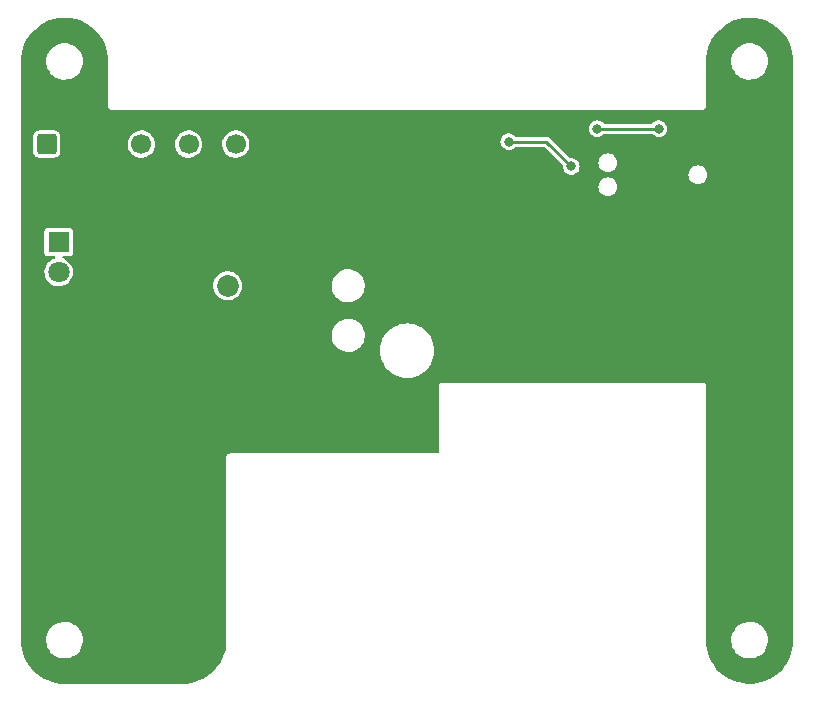
<source format=gbr>
%TF.GenerationSoftware,KiCad,Pcbnew,6.0.0-d3dd2cf0fa~116~ubuntu21.10.1*%
%TF.CreationDate,2022-01-01T15:31:34+02:00*%
%TF.ProjectId,moca-hcho,6d6f6361-2d68-4636-986f-2e6b69636164,v1.0*%
%TF.SameCoordinates,Original*%
%TF.FileFunction,Copper,L2,Bot*%
%TF.FilePolarity,Positive*%
%FSLAX46Y46*%
G04 Gerber Fmt 4.6, Leading zero omitted, Abs format (unit mm)*
G04 Created by KiCad (PCBNEW 6.0.0-d3dd2cf0fa~116~ubuntu21.10.1) date 2022-01-01 15:31:34*
%MOMM*%
%LPD*%
G01*
G04 APERTURE LIST*
G04 Aperture macros list*
%AMRoundRect*
0 Rectangle with rounded corners*
0 $1 Rounding radius*
0 $2 $3 $4 $5 $6 $7 $8 $9 X,Y pos of 4 corners*
0 Add a 4 corners polygon primitive as box body*
4,1,4,$2,$3,$4,$5,$6,$7,$8,$9,$2,$3,0*
0 Add four circle primitives for the rounded corners*
1,1,$1+$1,$2,$3*
1,1,$1+$1,$4,$5*
1,1,$1+$1,$6,$7*
1,1,$1+$1,$8,$9*
0 Add four rect primitives between the rounded corners*
20,1,$1+$1,$2,$3,$4,$5,0*
20,1,$1+$1,$4,$5,$6,$7,0*
20,1,$1+$1,$6,$7,$8,$9,0*
20,1,$1+$1,$8,$9,$2,$3,0*%
G04 Aperture macros list end*
%TA.AperFunction,ComponentPad*%
%ADD10RoundRect,0.250000X-0.600000X-0.600000X0.600000X-0.600000X0.600000X0.600000X-0.600000X0.600000X0*%
%TD*%
%TA.AperFunction,ComponentPad*%
%ADD11C,1.700000*%
%TD*%
%TA.AperFunction,ComponentPad*%
%ADD12R,1.800000X1.800000*%
%TD*%
%TA.AperFunction,ComponentPad*%
%ADD13C,1.800000*%
%TD*%
%TA.AperFunction,ComponentPad*%
%ADD14RoundRect,0.250000X0.675000X-0.675000X0.675000X0.675000X-0.675000X0.675000X-0.675000X-0.675000X0*%
%TD*%
%TA.AperFunction,ComponentPad*%
%ADD15C,1.850000*%
%TD*%
%TA.AperFunction,ComponentPad*%
%ADD16C,4.700000*%
%TD*%
%TA.AperFunction,ViaPad*%
%ADD17C,0.800000*%
%TD*%
%TA.AperFunction,Conductor*%
%ADD18C,0.250000*%
%TD*%
G04 APERTURE END LIST*
D10*
%TO.P,J2,1,Pin_1*%
%TO.N,+3V3*%
X69500000Y-82500000D03*
D11*
%TO.P,J2,2,Pin_2*%
%TO.N,GND*%
X73500000Y-82500000D03*
%TO.P,J2,3,Pin_3*%
%TO.N,/SFA30_COPI*%
X77500000Y-82500000D03*
%TO.P,J2,4,Pin_4*%
%TO.N,/SFA30_CIPO*%
X81500000Y-82500000D03*
%TO.P,J2,5,Pin_5*%
%TO.N,unconnected-(J2-Pad5)*%
X85500000Y-82500000D03*
%TD*%
D12*
%TO.P,D3,1,K*%
%TO.N,Net-(D3-Pad1)*%
X70500000Y-90800000D03*
D13*
%TO.P,D3,2,A*%
%TO.N,/VIN*%
X70500000Y-93340000D03*
%TD*%
D14*
%TO.P,J1,1,Pin_1*%
%TO.N,GND*%
X84810000Y-98700000D03*
D15*
%TO.P,J1,2,Pin_2*%
%TO.N,Net-(D1-Pad2)*%
X84810000Y-94500000D03*
%TD*%
D16*
%TO.P,H5,1,1*%
%TO.N,GND*%
X81000000Y-124000000D03*
%TD*%
%TO.P,H6,1,1*%
%TO.N,GND*%
X100000000Y-106000000D03*
%TD*%
D17*
%TO.N,GND*%
X122100000Y-82400000D03*
X110000000Y-84500000D03*
X103400000Y-80900000D03*
X71562500Y-104600000D03*
X72762500Y-103200000D03*
X73800000Y-92800000D03*
X123400000Y-87800000D03*
X68962500Y-106400000D03*
X96600000Y-80900000D03*
X85300000Y-86700000D03*
X68700000Y-97900000D03*
X88600000Y-90900000D03*
X111600000Y-85800000D03*
X70362500Y-105300000D03*
%TO.N,/RESET*%
X108600000Y-82300000D03*
X113900000Y-84400000D03*
%TO.N,/SWDCLK*%
X121300000Y-81200000D03*
X116100000Y-81200000D03*
%TD*%
D18*
%TO.N,/RESET*%
X113900000Y-84400000D02*
X111800000Y-82300000D01*
X111800000Y-82300000D02*
X108600000Y-82300000D01*
%TO.N,/SWDCLK*%
X116100000Y-81200000D02*
X121300000Y-81200000D01*
%TD*%
%TA.AperFunction,Conductor*%
%TO.N,GND*%
G36*
X71192397Y-71805257D02*
G01*
X71244866Y-71810592D01*
X71555298Y-71842160D01*
X71565195Y-71843677D01*
X71922496Y-71917104D01*
X71932194Y-71919615D01*
X72280248Y-72028817D01*
X72289636Y-72032294D01*
X72624851Y-72176146D01*
X72633846Y-72180559D01*
X72737326Y-72237994D01*
X72952777Y-72357580D01*
X72961284Y-72362881D01*
X73260683Y-72571270D01*
X73268599Y-72577398D01*
X73545372Y-72815000D01*
X73552627Y-72821895D01*
X73803947Y-73086284D01*
X73810477Y-73093890D01*
X74033761Y-73382350D01*
X74039478Y-73390565D01*
X74232425Y-73700120D01*
X74237290Y-73708885D01*
X74392617Y-74025537D01*
X74397937Y-74036383D01*
X74401882Y-74045575D01*
X74528574Y-74387656D01*
X74531571Y-74397207D01*
X74618166Y-74731652D01*
X74623005Y-74750343D01*
X74625023Y-74760167D01*
X74680255Y-75120710D01*
X74681270Y-75130687D01*
X74698399Y-75468437D01*
X74697022Y-75490640D01*
X74695372Y-75500000D01*
X74696876Y-75508530D01*
X74698496Y-75517717D01*
X74700000Y-75534908D01*
X74700000Y-79244383D01*
X74699527Y-79254045D01*
X74698802Y-79261441D01*
X74696260Y-79270218D01*
X74697048Y-79279319D01*
X74697048Y-79279321D01*
X74699631Y-79309141D01*
X74700000Y-79317683D01*
X74700000Y-79327905D01*
X74700834Y-79332383D01*
X74700835Y-79332394D01*
X74701461Y-79335754D01*
X74702766Y-79345336D01*
X74705903Y-79381560D01*
X74709917Y-79389771D01*
X74711485Y-79395425D01*
X74713592Y-79400884D01*
X74715265Y-79409870D01*
X74720062Y-79417652D01*
X74734352Y-79440835D01*
X74739018Y-79449306D01*
X74749028Y-79469783D01*
X74754983Y-79481966D01*
X74761682Y-79488180D01*
X74765175Y-79492883D01*
X74769114Y-79497227D01*
X74773909Y-79505007D01*
X74781184Y-79510539D01*
X74802855Y-79527018D01*
X74810259Y-79533242D01*
X74836917Y-79557971D01*
X74845406Y-79561358D01*
X74850357Y-79564488D01*
X74855592Y-79567121D01*
X74862869Y-79572654D01*
X74888023Y-79579938D01*
X74897789Y-79582766D01*
X74906938Y-79585907D01*
X74940720Y-79599385D01*
X74946993Y-79600000D01*
X74947931Y-79600000D01*
X74952300Y-79600732D01*
X74952342Y-79600306D01*
X74961441Y-79601198D01*
X74970218Y-79603740D01*
X74979319Y-79602952D01*
X74979321Y-79602952D01*
X75009141Y-79600369D01*
X75017683Y-79600000D01*
X124944383Y-79600000D01*
X124954045Y-79600473D01*
X124961441Y-79601198D01*
X124970218Y-79603740D01*
X124979319Y-79602952D01*
X124979321Y-79602952D01*
X125009141Y-79600369D01*
X125017683Y-79600000D01*
X125027905Y-79600000D01*
X125032383Y-79599166D01*
X125032394Y-79599165D01*
X125035754Y-79598539D01*
X125045336Y-79597234D01*
X125052138Y-79596645D01*
X125072454Y-79594886D01*
X125072456Y-79594885D01*
X125081560Y-79594097D01*
X125089771Y-79590083D01*
X125095425Y-79588515D01*
X125100884Y-79586408D01*
X125109870Y-79584735D01*
X125140837Y-79565647D01*
X125149306Y-79560982D01*
X125173753Y-79549032D01*
X125173754Y-79549031D01*
X125181966Y-79545017D01*
X125188180Y-79538318D01*
X125192883Y-79534825D01*
X125197227Y-79530886D01*
X125205007Y-79526091D01*
X125227019Y-79497144D01*
X125233242Y-79489741D01*
X125251756Y-79469783D01*
X125251756Y-79469782D01*
X125257971Y-79463083D01*
X125261358Y-79454594D01*
X125264488Y-79449643D01*
X125267121Y-79444408D01*
X125272654Y-79437131D01*
X125282766Y-79402211D01*
X125285907Y-79393062D01*
X125296797Y-79365767D01*
X125296797Y-79365766D01*
X125299385Y-79359280D01*
X125300000Y-79353007D01*
X125300000Y-79352069D01*
X125300732Y-79347700D01*
X125300306Y-79347658D01*
X125301198Y-79338559D01*
X125303740Y-79329782D01*
X125302322Y-79313402D01*
X125300369Y-79290859D01*
X125300000Y-79282317D01*
X125300000Y-75554288D01*
X127445404Y-75554288D01*
X127445861Y-75558236D01*
X127445861Y-75558241D01*
X127461680Y-75694961D01*
X127474081Y-75802140D01*
X127542017Y-76042219D01*
X127543695Y-76045818D01*
X127543696Y-76045820D01*
X127645780Y-76264742D01*
X127645783Y-76264747D01*
X127647462Y-76268348D01*
X127649697Y-76271637D01*
X127649700Y-76271642D01*
X127726285Y-76384332D01*
X127787706Y-76474710D01*
X127959138Y-76655994D01*
X128157349Y-76807538D01*
X128160852Y-76809416D01*
X128160853Y-76809417D01*
X128292646Y-76880084D01*
X128377239Y-76925443D01*
X128613152Y-77006674D01*
X128801500Y-77039207D01*
X128855942Y-77048611D01*
X128855944Y-77048611D01*
X128859017Y-77049142D01*
X128881989Y-77050185D01*
X128887818Y-77050450D01*
X128887824Y-77050450D01*
X128888922Y-77050500D01*
X129062691Y-77050500D01*
X129064665Y-77050341D01*
X129064669Y-77050341D01*
X129244742Y-77035853D01*
X129244747Y-77035852D01*
X129248702Y-77035534D01*
X129252562Y-77034586D01*
X129487140Y-76976968D01*
X129487145Y-76976966D01*
X129491006Y-76976018D01*
X129494667Y-76974464D01*
X129494670Y-76974463D01*
X129717014Y-76880084D01*
X129717016Y-76880083D01*
X129720677Y-76878529D01*
X129931808Y-76745573D01*
X129934788Y-76742946D01*
X129934793Y-76742942D01*
X130115982Y-76583202D01*
X130115983Y-76583201D01*
X130118965Y-76580572D01*
X130277334Y-76387770D01*
X130402840Y-76172128D01*
X130492255Y-75939195D01*
X130543278Y-75694961D01*
X130554596Y-75445712D01*
X130538781Y-75309018D01*
X130526376Y-75201807D01*
X130526375Y-75201803D01*
X130525919Y-75197860D01*
X130457983Y-74957781D01*
X130397406Y-74827872D01*
X130354220Y-74735258D01*
X130354217Y-74735253D01*
X130352538Y-74731652D01*
X130350303Y-74728363D01*
X130350300Y-74728358D01*
X130214530Y-74528580D01*
X130214529Y-74528579D01*
X130212294Y-74525290D01*
X130040862Y-74344006D01*
X129842651Y-74192462D01*
X129839147Y-74190583D01*
X129626260Y-74076433D01*
X129626258Y-74076432D01*
X129622761Y-74074557D01*
X129386848Y-73993326D01*
X129198500Y-73960793D01*
X129144058Y-73951389D01*
X129144056Y-73951389D01*
X129140983Y-73950858D01*
X129118011Y-73949815D01*
X129112182Y-73949550D01*
X129112176Y-73949550D01*
X129111078Y-73949500D01*
X128937309Y-73949500D01*
X128935335Y-73949659D01*
X128935331Y-73949659D01*
X128755258Y-73964147D01*
X128755253Y-73964148D01*
X128751298Y-73964466D01*
X128747439Y-73965414D01*
X128747438Y-73965414D01*
X128512860Y-74023032D01*
X128512855Y-74023034D01*
X128508994Y-74023982D01*
X128505333Y-74025536D01*
X128505330Y-74025537D01*
X128389846Y-74074557D01*
X128279323Y-74121471D01*
X128068192Y-74254427D01*
X128065212Y-74257054D01*
X128065207Y-74257058D01*
X127911742Y-74392356D01*
X127881035Y-74419428D01*
X127722666Y-74612230D01*
X127720665Y-74615668D01*
X127642283Y-74750343D01*
X127597160Y-74827872D01*
X127507745Y-75060805D01*
X127456722Y-75305039D01*
X127445404Y-75554288D01*
X125300000Y-75554288D01*
X125300000Y-75534908D01*
X125301504Y-75517717D01*
X125303124Y-75508530D01*
X125304628Y-75500000D01*
X125302978Y-75490640D01*
X125301601Y-75468437D01*
X125318730Y-75130687D01*
X125319745Y-75120710D01*
X125374977Y-74760167D01*
X125376995Y-74750343D01*
X125381835Y-74731652D01*
X125468429Y-74397207D01*
X125471426Y-74387656D01*
X125598118Y-74045575D01*
X125602063Y-74036383D01*
X125607384Y-74025537D01*
X125762710Y-73708885D01*
X125767575Y-73700120D01*
X125960522Y-73390565D01*
X125966239Y-73382350D01*
X126189523Y-73093890D01*
X126196053Y-73086284D01*
X126447373Y-72821895D01*
X126454628Y-72815000D01*
X126731401Y-72577398D01*
X126739317Y-72571270D01*
X127038716Y-72362881D01*
X127047223Y-72357580D01*
X127262674Y-72237994D01*
X127366154Y-72180559D01*
X127375149Y-72176146D01*
X127710364Y-72032294D01*
X127719752Y-72028817D01*
X128067806Y-71919615D01*
X128077504Y-71917104D01*
X128434805Y-71843677D01*
X128444702Y-71842160D01*
X128755134Y-71810592D01*
X128807603Y-71805257D01*
X128817618Y-71804749D01*
X129182382Y-71804749D01*
X129192397Y-71805257D01*
X129244866Y-71810592D01*
X129555298Y-71842160D01*
X129565195Y-71843677D01*
X129922496Y-71917104D01*
X129932194Y-71919615D01*
X130280248Y-72028817D01*
X130289636Y-72032294D01*
X130624851Y-72176146D01*
X130633846Y-72180559D01*
X130737326Y-72237994D01*
X130952777Y-72357580D01*
X130961284Y-72362881D01*
X131260683Y-72571270D01*
X131268599Y-72577398D01*
X131545372Y-72815000D01*
X131552627Y-72821895D01*
X131803947Y-73086284D01*
X131810477Y-73093890D01*
X132033761Y-73382350D01*
X132039478Y-73390565D01*
X132232425Y-73700120D01*
X132237290Y-73708885D01*
X132392617Y-74025537D01*
X132397937Y-74036383D01*
X132401882Y-74045575D01*
X132528574Y-74387656D01*
X132531571Y-74397207D01*
X132618166Y-74731652D01*
X132623005Y-74750343D01*
X132625023Y-74760167D01*
X132680255Y-75120710D01*
X132681270Y-75130687D01*
X132698399Y-75468437D01*
X132697022Y-75490640D01*
X132695372Y-75500000D01*
X132696876Y-75508530D01*
X132698496Y-75517717D01*
X132700000Y-75534908D01*
X132700000Y-124465092D01*
X132698496Y-124482282D01*
X132695372Y-124500000D01*
X132696876Y-124508530D01*
X132696876Y-124508532D01*
X132697022Y-124509360D01*
X132698399Y-124531563D01*
X132681270Y-124869313D01*
X132680255Y-124879290D01*
X132627057Y-125226557D01*
X132625023Y-125239833D01*
X132623006Y-125249652D01*
X132612309Y-125290967D01*
X132531571Y-125602793D01*
X132528574Y-125612344D01*
X132401882Y-125954425D01*
X132397940Y-125963611D01*
X132260319Y-126244168D01*
X132237292Y-126291112D01*
X132232426Y-126299878D01*
X132039478Y-126609435D01*
X132033761Y-126617650D01*
X131918871Y-126766076D01*
X131810479Y-126906107D01*
X131803949Y-126913714D01*
X131552627Y-127178105D01*
X131545372Y-127185000D01*
X131345169Y-127356869D01*
X131268600Y-127422601D01*
X131260683Y-127428730D01*
X131048466Y-127576438D01*
X130961288Y-127637116D01*
X130952777Y-127642420D01*
X130739846Y-127760607D01*
X130633846Y-127819441D01*
X130624851Y-127823854D01*
X130289636Y-127967706D01*
X130280248Y-127971183D01*
X129932194Y-128080385D01*
X129922496Y-128082896D01*
X129565195Y-128156323D01*
X129555298Y-128157840D01*
X129244866Y-128189408D01*
X129192397Y-128194743D01*
X129182382Y-128195251D01*
X128817618Y-128195251D01*
X128807603Y-128194743D01*
X128755134Y-128189408D01*
X128444702Y-128157840D01*
X128434805Y-128156323D01*
X128077504Y-128082896D01*
X128067806Y-128080385D01*
X127719752Y-127971183D01*
X127710364Y-127967706D01*
X127375149Y-127823854D01*
X127366154Y-127819441D01*
X127260154Y-127760607D01*
X127047223Y-127642420D01*
X127038712Y-127637116D01*
X126951534Y-127576438D01*
X126739317Y-127428730D01*
X126731400Y-127422601D01*
X126654831Y-127356869D01*
X126454628Y-127185000D01*
X126447373Y-127178105D01*
X126196051Y-126913714D01*
X126189521Y-126906107D01*
X126081129Y-126766076D01*
X125966239Y-126617650D01*
X125960522Y-126609435D01*
X125767574Y-126299878D01*
X125762708Y-126291112D01*
X125739681Y-126244168D01*
X125602060Y-125963611D01*
X125598118Y-125954425D01*
X125471426Y-125612344D01*
X125468429Y-125602793D01*
X125387691Y-125290967D01*
X125376994Y-125249652D01*
X125374977Y-125239833D01*
X125372944Y-125226557D01*
X125319745Y-124879290D01*
X125318730Y-124869313D01*
X125302753Y-124554288D01*
X127445404Y-124554288D01*
X127445861Y-124558236D01*
X127445861Y-124558241D01*
X127461680Y-124694961D01*
X127474081Y-124802140D01*
X127542017Y-125042219D01*
X127543695Y-125045818D01*
X127543696Y-125045820D01*
X127645780Y-125264742D01*
X127645783Y-125264747D01*
X127647462Y-125268348D01*
X127649697Y-125271637D01*
X127649700Y-125271642D01*
X127726285Y-125384332D01*
X127787706Y-125474710D01*
X127959138Y-125655994D01*
X128157349Y-125807538D01*
X128160852Y-125809416D01*
X128160853Y-125809417D01*
X128359496Y-125915929D01*
X128377239Y-125925443D01*
X128613152Y-126006674D01*
X128801500Y-126039207D01*
X128855942Y-126048611D01*
X128855944Y-126048611D01*
X128859017Y-126049142D01*
X128881989Y-126050185D01*
X128887818Y-126050450D01*
X128887824Y-126050450D01*
X128888922Y-126050500D01*
X129062691Y-126050500D01*
X129064665Y-126050341D01*
X129064669Y-126050341D01*
X129244742Y-126035853D01*
X129244747Y-126035852D01*
X129248702Y-126035534D01*
X129252562Y-126034586D01*
X129487140Y-125976968D01*
X129487145Y-125976966D01*
X129491006Y-125976018D01*
X129494667Y-125974464D01*
X129494670Y-125974463D01*
X129717014Y-125880084D01*
X129717016Y-125880083D01*
X129720677Y-125878529D01*
X129931808Y-125745573D01*
X129934788Y-125742946D01*
X129934793Y-125742942D01*
X130115982Y-125583202D01*
X130115983Y-125583201D01*
X130118965Y-125580572D01*
X130277334Y-125387770D01*
X130279335Y-125384332D01*
X130400840Y-125175565D01*
X130400842Y-125175561D01*
X130402840Y-125172128D01*
X130492255Y-124939195D01*
X130543278Y-124694961D01*
X130554596Y-124445712D01*
X130538781Y-124309018D01*
X130526376Y-124201807D01*
X130526375Y-124201803D01*
X130525919Y-124197860D01*
X130457983Y-123957781D01*
X130397406Y-123827872D01*
X130354220Y-123735258D01*
X130354217Y-123735253D01*
X130352538Y-123731652D01*
X130350303Y-123728363D01*
X130350300Y-123728358D01*
X130214530Y-123528580D01*
X130214529Y-123528579D01*
X130212294Y-123525290D01*
X130040862Y-123344006D01*
X129842651Y-123192462D01*
X129839147Y-123190583D01*
X129626260Y-123076433D01*
X129626258Y-123076432D01*
X129622761Y-123074557D01*
X129386848Y-122993326D01*
X129198500Y-122960793D01*
X129144058Y-122951389D01*
X129144056Y-122951389D01*
X129140983Y-122950858D01*
X129118011Y-122949815D01*
X129112182Y-122949550D01*
X129112176Y-122949550D01*
X129111078Y-122949500D01*
X128937309Y-122949500D01*
X128935335Y-122949659D01*
X128935331Y-122949659D01*
X128755258Y-122964147D01*
X128755253Y-122964148D01*
X128751298Y-122964466D01*
X128747439Y-122965414D01*
X128747438Y-122965414D01*
X128512860Y-123023032D01*
X128512855Y-123023034D01*
X128508994Y-123023982D01*
X128505333Y-123025536D01*
X128505330Y-123025537D01*
X128389846Y-123074557D01*
X128279323Y-123121471D01*
X128068192Y-123254427D01*
X128065212Y-123257054D01*
X128065207Y-123257058D01*
X127884018Y-123416798D01*
X127881035Y-123419428D01*
X127722666Y-123612230D01*
X127597160Y-123827872D01*
X127507745Y-124060805D01*
X127456722Y-124305039D01*
X127445404Y-124554288D01*
X125302753Y-124554288D01*
X125301601Y-124531563D01*
X125302978Y-124509360D01*
X125303124Y-124508532D01*
X125303124Y-124508530D01*
X125304628Y-124500000D01*
X125301504Y-124482282D01*
X125300000Y-124465092D01*
X125300000Y-103055617D01*
X125300473Y-103045955D01*
X125301198Y-103038559D01*
X125303740Y-103029782D01*
X125302322Y-103013402D01*
X125300369Y-102990859D01*
X125300000Y-102982317D01*
X125300000Y-102972095D01*
X125299166Y-102967617D01*
X125299165Y-102967606D01*
X125298539Y-102964246D01*
X125297234Y-102954662D01*
X125297030Y-102952300D01*
X125294097Y-102918440D01*
X125290083Y-102910229D01*
X125288515Y-102904575D01*
X125286408Y-102899116D01*
X125284735Y-102890130D01*
X125265647Y-102859163D01*
X125260982Y-102850694D01*
X125249032Y-102826247D01*
X125249031Y-102826246D01*
X125245017Y-102818034D01*
X125238318Y-102811820D01*
X125234825Y-102807117D01*
X125230886Y-102802773D01*
X125226091Y-102794993D01*
X125197144Y-102772981D01*
X125189741Y-102766758D01*
X125169783Y-102748244D01*
X125169782Y-102748244D01*
X125163083Y-102742029D01*
X125154594Y-102738642D01*
X125149643Y-102735512D01*
X125144408Y-102732879D01*
X125137131Y-102727346D01*
X125102211Y-102717234D01*
X125093062Y-102714093D01*
X125065767Y-102703203D01*
X125065766Y-102703203D01*
X125059280Y-102700615D01*
X125053007Y-102700000D01*
X125052069Y-102700000D01*
X125047700Y-102699268D01*
X125047658Y-102699694D01*
X125038559Y-102698802D01*
X125029782Y-102696260D01*
X125020681Y-102697048D01*
X125020679Y-102697048D01*
X124990859Y-102699631D01*
X124982317Y-102700000D01*
X103055617Y-102700000D01*
X103045955Y-102699527D01*
X103038559Y-102698802D01*
X103029782Y-102696260D01*
X103020681Y-102697048D01*
X103020679Y-102697048D01*
X102990859Y-102699631D01*
X102982317Y-102700000D01*
X102972095Y-102700000D01*
X102967617Y-102700834D01*
X102967606Y-102700835D01*
X102964246Y-102701461D01*
X102954664Y-102702766D01*
X102949615Y-102703203D01*
X102927546Y-102705114D01*
X102927544Y-102705115D01*
X102918440Y-102705903D01*
X102910229Y-102709917D01*
X102904575Y-102711485D01*
X102899116Y-102713592D01*
X102890130Y-102715265D01*
X102882347Y-102720062D01*
X102882348Y-102720062D01*
X102859165Y-102734352D01*
X102850694Y-102739018D01*
X102826247Y-102750968D01*
X102826246Y-102750969D01*
X102818034Y-102754983D01*
X102811820Y-102761682D01*
X102807117Y-102765175D01*
X102802773Y-102769114D01*
X102794993Y-102773909D01*
X102789461Y-102781184D01*
X102772982Y-102802855D01*
X102766758Y-102810259D01*
X102742029Y-102836917D01*
X102738642Y-102845406D01*
X102735512Y-102850357D01*
X102732879Y-102855592D01*
X102727346Y-102862869D01*
X102724804Y-102871648D01*
X102717234Y-102897789D01*
X102714093Y-102906938D01*
X102700615Y-102940720D01*
X102700000Y-102946993D01*
X102700000Y-102947931D01*
X102699268Y-102952300D01*
X102699694Y-102952342D01*
X102698802Y-102961441D01*
X102696260Y-102970218D01*
X102697048Y-102979319D01*
X102697048Y-102979321D01*
X102699631Y-103009141D01*
X102700000Y-103017683D01*
X102700000Y-108601000D01*
X102681093Y-108659191D01*
X102631593Y-108695155D01*
X102601000Y-108700000D01*
X85055617Y-108700000D01*
X85045955Y-108699527D01*
X85038559Y-108698802D01*
X85029782Y-108696260D01*
X85020681Y-108697048D01*
X85020679Y-108697048D01*
X84990859Y-108699631D01*
X84982317Y-108700000D01*
X84972095Y-108700000D01*
X84967617Y-108700834D01*
X84967606Y-108700835D01*
X84964246Y-108701461D01*
X84954664Y-108702766D01*
X84947862Y-108703355D01*
X84927546Y-108705114D01*
X84927544Y-108705115D01*
X84918440Y-108705903D01*
X84910229Y-108709917D01*
X84904575Y-108711485D01*
X84899116Y-108713592D01*
X84890130Y-108715265D01*
X84882347Y-108720062D01*
X84882348Y-108720062D01*
X84859165Y-108734352D01*
X84850694Y-108739018D01*
X84826247Y-108750968D01*
X84826246Y-108750969D01*
X84818034Y-108754983D01*
X84811820Y-108761682D01*
X84807117Y-108765175D01*
X84802773Y-108769114D01*
X84794993Y-108773909D01*
X84789461Y-108781184D01*
X84772982Y-108802855D01*
X84766758Y-108810259D01*
X84742029Y-108836917D01*
X84738642Y-108845406D01*
X84735512Y-108850357D01*
X84732879Y-108855592D01*
X84727346Y-108862869D01*
X84724804Y-108871648D01*
X84717234Y-108897789D01*
X84714093Y-108906938D01*
X84700615Y-108940720D01*
X84700000Y-108946993D01*
X84700000Y-108947931D01*
X84699268Y-108952300D01*
X84699694Y-108952342D01*
X84698802Y-108961441D01*
X84696260Y-108970218D01*
X84697048Y-108979319D01*
X84697048Y-108979321D01*
X84699631Y-109009141D01*
X84700000Y-109017683D01*
X84700000Y-124465092D01*
X84698496Y-124482282D01*
X84695372Y-124500000D01*
X84696876Y-124508529D01*
X84696876Y-124508532D01*
X84697062Y-124509587D01*
X84698446Y-124531632D01*
X84697333Y-124554288D01*
X84685157Y-124802140D01*
X84682422Y-124857803D01*
X84681470Y-124867467D01*
X84670831Y-124939195D01*
X84629619Y-125217028D01*
X84627723Y-125226557D01*
X84541861Y-125569333D01*
X84539041Y-125578630D01*
X84419992Y-125911350D01*
X84416274Y-125920326D01*
X84265187Y-126239774D01*
X84260607Y-126248342D01*
X84214921Y-126324565D01*
X84078935Y-126551444D01*
X84073543Y-126559513D01*
X83863032Y-126843353D01*
X83856869Y-126850863D01*
X83619561Y-127112691D01*
X83612691Y-127119561D01*
X83350863Y-127356869D01*
X83343353Y-127363032D01*
X83059513Y-127573543D01*
X83051444Y-127578935D01*
X82954375Y-127637116D01*
X82748342Y-127760607D01*
X82739774Y-127765187D01*
X82420326Y-127916274D01*
X82411350Y-127919992D01*
X82078630Y-128039041D01*
X82069333Y-128041861D01*
X81726557Y-128127723D01*
X81717030Y-128129619D01*
X81367467Y-128181470D01*
X81357808Y-128182422D01*
X81249778Y-128187729D01*
X81031632Y-128198446D01*
X81009587Y-128197062D01*
X81008532Y-128196876D01*
X81008529Y-128196876D01*
X81000000Y-128195372D01*
X80982567Y-128198446D01*
X80982283Y-128198496D01*
X80965092Y-128200000D01*
X71034908Y-128200000D01*
X71017717Y-128198496D01*
X71017434Y-128198446D01*
X71000000Y-128195372D01*
X70991471Y-128196876D01*
X70991468Y-128196876D01*
X70990413Y-128197062D01*
X70968368Y-128198446D01*
X70750222Y-128187729D01*
X70642192Y-128182422D01*
X70632533Y-128181470D01*
X70282970Y-128129619D01*
X70273443Y-128127723D01*
X69930667Y-128041861D01*
X69921370Y-128039041D01*
X69588650Y-127919992D01*
X69579674Y-127916274D01*
X69260226Y-127765187D01*
X69251658Y-127760607D01*
X69045625Y-127637116D01*
X68948556Y-127578935D01*
X68940487Y-127573543D01*
X68656647Y-127363032D01*
X68649137Y-127356869D01*
X68387309Y-127119561D01*
X68380439Y-127112691D01*
X68143131Y-126850863D01*
X68136968Y-126843353D01*
X67926457Y-126559513D01*
X67921065Y-126551444D01*
X67785079Y-126324565D01*
X67739393Y-126248342D01*
X67734813Y-126239774D01*
X67583726Y-125920326D01*
X67580008Y-125911350D01*
X67460959Y-125578630D01*
X67458139Y-125569333D01*
X67372277Y-125226557D01*
X67370381Y-125217028D01*
X67329169Y-124939195D01*
X67318530Y-124867467D01*
X67317578Y-124857803D01*
X67314844Y-124802140D01*
X67302667Y-124554288D01*
X69445404Y-124554288D01*
X69445861Y-124558236D01*
X69445861Y-124558241D01*
X69461680Y-124694961D01*
X69474081Y-124802140D01*
X69542017Y-125042219D01*
X69543695Y-125045818D01*
X69543696Y-125045820D01*
X69645780Y-125264742D01*
X69645783Y-125264747D01*
X69647462Y-125268348D01*
X69649697Y-125271637D01*
X69649700Y-125271642D01*
X69726285Y-125384332D01*
X69787706Y-125474710D01*
X69959138Y-125655994D01*
X70157349Y-125807538D01*
X70160852Y-125809416D01*
X70160853Y-125809417D01*
X70359496Y-125915929D01*
X70377239Y-125925443D01*
X70613152Y-126006674D01*
X70801500Y-126039207D01*
X70855942Y-126048611D01*
X70855944Y-126048611D01*
X70859017Y-126049142D01*
X70881989Y-126050185D01*
X70887818Y-126050450D01*
X70887824Y-126050450D01*
X70888922Y-126050500D01*
X71062691Y-126050500D01*
X71064665Y-126050341D01*
X71064669Y-126050341D01*
X71244742Y-126035853D01*
X71244747Y-126035852D01*
X71248702Y-126035534D01*
X71252562Y-126034586D01*
X71487140Y-125976968D01*
X71487145Y-125976966D01*
X71491006Y-125976018D01*
X71494667Y-125974464D01*
X71494670Y-125974463D01*
X71717014Y-125880084D01*
X71717016Y-125880083D01*
X71720677Y-125878529D01*
X71931808Y-125745573D01*
X71934788Y-125742946D01*
X71934793Y-125742942D01*
X72115982Y-125583202D01*
X72115983Y-125583201D01*
X72118965Y-125580572D01*
X72277334Y-125387770D01*
X72279335Y-125384332D01*
X72400840Y-125175565D01*
X72400842Y-125175561D01*
X72402840Y-125172128D01*
X72492255Y-124939195D01*
X72543278Y-124694961D01*
X72554596Y-124445712D01*
X72538781Y-124309018D01*
X72526376Y-124201807D01*
X72526375Y-124201803D01*
X72525919Y-124197860D01*
X72457983Y-123957781D01*
X72397406Y-123827872D01*
X72354220Y-123735258D01*
X72354217Y-123735253D01*
X72352538Y-123731652D01*
X72350303Y-123728363D01*
X72350300Y-123728358D01*
X72214530Y-123528580D01*
X72214529Y-123528579D01*
X72212294Y-123525290D01*
X72040862Y-123344006D01*
X71842651Y-123192462D01*
X71839147Y-123190583D01*
X71626260Y-123076433D01*
X71626258Y-123076432D01*
X71622761Y-123074557D01*
X71386848Y-122993326D01*
X71198500Y-122960793D01*
X71144058Y-122951389D01*
X71144056Y-122951389D01*
X71140983Y-122950858D01*
X71118011Y-122949815D01*
X71112182Y-122949550D01*
X71112176Y-122949550D01*
X71111078Y-122949500D01*
X70937309Y-122949500D01*
X70935335Y-122949659D01*
X70935331Y-122949659D01*
X70755258Y-122964147D01*
X70755253Y-122964148D01*
X70751298Y-122964466D01*
X70747439Y-122965414D01*
X70747438Y-122965414D01*
X70512860Y-123023032D01*
X70512855Y-123023034D01*
X70508994Y-123023982D01*
X70505333Y-123025536D01*
X70505330Y-123025537D01*
X70389846Y-123074557D01*
X70279323Y-123121471D01*
X70068192Y-123254427D01*
X70065212Y-123257054D01*
X70065207Y-123257058D01*
X69884018Y-123416798D01*
X69881035Y-123419428D01*
X69722666Y-123612230D01*
X69597160Y-123827872D01*
X69507745Y-124060805D01*
X69456722Y-124305039D01*
X69445404Y-124554288D01*
X67302667Y-124554288D01*
X67301554Y-124531632D01*
X67302938Y-124509587D01*
X67303124Y-124508532D01*
X67303124Y-124508529D01*
X67304628Y-124500000D01*
X67301504Y-124482282D01*
X67300000Y-124465092D01*
X67300000Y-98633789D01*
X93605996Y-98633789D01*
X93614913Y-98871295D01*
X93615773Y-98875395D01*
X93615774Y-98875401D01*
X93641430Y-98997674D01*
X93663719Y-99103904D01*
X93751020Y-99324963D01*
X93753190Y-99328539D01*
X93753192Y-99328543D01*
X93800566Y-99406612D01*
X93874319Y-99528153D01*
X93877069Y-99531322D01*
X94027343Y-99704499D01*
X94027347Y-99704503D01*
X94030090Y-99707664D01*
X94213880Y-99858362D01*
X94420433Y-99975939D01*
X94643844Y-100057034D01*
X94693194Y-100065958D01*
X94874521Y-100098747D01*
X94874526Y-100098748D01*
X94877725Y-100099326D01*
X94897322Y-100100250D01*
X94901472Y-100100446D01*
X94901476Y-100100446D01*
X94902619Y-100100500D01*
X95069680Y-100100500D01*
X95071763Y-100100323D01*
X95071769Y-100100323D01*
X95242652Y-100085823D01*
X95242653Y-100085823D01*
X95246823Y-100085469D01*
X95250873Y-100084418D01*
X95250878Y-100084417D01*
X95472818Y-100026813D01*
X95472821Y-100026812D01*
X95476874Y-100025760D01*
X95534059Y-100000000D01*
X97695065Y-100000000D01*
X97695277Y-100003234D01*
X97701649Y-100100446D01*
X97714784Y-100300854D01*
X97773604Y-100596561D01*
X97870518Y-100882060D01*
X98003868Y-101152467D01*
X98171372Y-101403156D01*
X98370165Y-101629835D01*
X98596844Y-101828628D01*
X98847532Y-101996132D01*
X99117940Y-102129482D01*
X99121009Y-102130524D01*
X99121012Y-102130525D01*
X99192097Y-102154655D01*
X99403439Y-102226396D01*
X99699146Y-102285216D01*
X99702368Y-102285427D01*
X99702374Y-102285428D01*
X99996766Y-102304723D01*
X100000000Y-102304935D01*
X100003234Y-102304723D01*
X100297626Y-102285428D01*
X100297632Y-102285427D01*
X100300854Y-102285216D01*
X100596561Y-102226396D01*
X100807903Y-102154655D01*
X100878988Y-102130525D01*
X100878991Y-102130524D01*
X100882060Y-102129482D01*
X101152468Y-101996132D01*
X101403156Y-101828628D01*
X101629835Y-101629835D01*
X101828628Y-101403156D01*
X101996132Y-101152467D01*
X102129482Y-100882060D01*
X102226396Y-100596561D01*
X102285216Y-100300854D01*
X102298352Y-100100446D01*
X102304723Y-100003234D01*
X102304935Y-100000000D01*
X102291679Y-99797746D01*
X102285428Y-99702374D01*
X102285427Y-99702368D01*
X102285216Y-99699146D01*
X102226396Y-99403439D01*
X102129482Y-99117940D01*
X102009875Y-98875401D01*
X101997568Y-98850444D01*
X101997565Y-98850439D01*
X101996132Y-98847533D01*
X101828628Y-98596844D01*
X101629835Y-98370165D01*
X101403156Y-98171372D01*
X101152468Y-98003868D01*
X100882060Y-97870518D01*
X100878991Y-97869476D01*
X100878988Y-97869475D01*
X100807903Y-97845345D01*
X100596561Y-97773604D01*
X100300854Y-97714784D01*
X100297632Y-97714573D01*
X100297626Y-97714572D01*
X100003234Y-97695277D01*
X100000000Y-97695065D01*
X99996766Y-97695277D01*
X99702374Y-97714572D01*
X99702368Y-97714573D01*
X99699146Y-97714784D01*
X99403439Y-97773604D01*
X99117940Y-97870518D01*
X98986863Y-97935158D01*
X98850444Y-98002432D01*
X98850439Y-98002435D01*
X98847533Y-98003868D01*
X98596844Y-98171372D01*
X98370165Y-98370165D01*
X98171372Y-98596844D01*
X98003868Y-98847533D01*
X98002435Y-98850439D01*
X98002432Y-98850444D01*
X97990125Y-98875401D01*
X97870518Y-99117940D01*
X97773604Y-99403439D01*
X97714784Y-99699146D01*
X97714573Y-99702368D01*
X97714572Y-99702374D01*
X97704212Y-99860439D01*
X97697982Y-99955499D01*
X97695065Y-100000000D01*
X95534059Y-100000000D01*
X95693576Y-99928143D01*
X95890732Y-99795409D01*
X95939671Y-99748724D01*
X96059671Y-99634250D01*
X96059675Y-99634245D01*
X96062705Y-99631355D01*
X96204579Y-99440670D01*
X96263407Y-99324963D01*
X96310398Y-99232539D01*
X96310400Y-99232535D01*
X96312295Y-99228807D01*
X96382775Y-99001824D01*
X96402700Y-98851497D01*
X96413454Y-98770362D01*
X96413454Y-98770360D01*
X96414004Y-98766211D01*
X96405087Y-98528705D01*
X96404227Y-98524605D01*
X96404226Y-98524599D01*
X96371372Y-98368019D01*
X96356281Y-98296096D01*
X96268980Y-98075037D01*
X96226887Y-98005669D01*
X96147857Y-97875433D01*
X96145681Y-97871847D01*
X96061334Y-97774645D01*
X95992657Y-97695501D01*
X95992653Y-97695497D01*
X95989910Y-97692336D01*
X95806120Y-97541638D01*
X95599567Y-97424061D01*
X95376156Y-97342966D01*
X95326806Y-97334042D01*
X95145479Y-97301253D01*
X95145474Y-97301252D01*
X95142275Y-97300674D01*
X95122678Y-97299750D01*
X95118528Y-97299554D01*
X95118524Y-97299554D01*
X95117381Y-97299500D01*
X94950320Y-97299500D01*
X94948237Y-97299677D01*
X94948231Y-97299677D01*
X94777348Y-97314177D01*
X94777347Y-97314177D01*
X94773177Y-97314531D01*
X94769127Y-97315582D01*
X94769122Y-97315583D01*
X94547182Y-97373187D01*
X94547179Y-97373188D01*
X94543126Y-97374240D01*
X94326424Y-97471857D01*
X94129268Y-97604591D01*
X94126241Y-97607478D01*
X94126238Y-97607481D01*
X93960329Y-97765750D01*
X93960325Y-97765755D01*
X93957295Y-97768645D01*
X93815421Y-97959330D01*
X93813519Y-97963071D01*
X93754614Y-98078930D01*
X93707705Y-98171193D01*
X93637225Y-98398176D01*
X93636675Y-98402326D01*
X93610536Y-98599539D01*
X93605996Y-98633789D01*
X67300000Y-98633789D01*
X67300000Y-93308440D01*
X69294770Y-93308440D01*
X69297101Y-93344008D01*
X69303204Y-93437114D01*
X69309200Y-93528604D01*
X69310316Y-93532997D01*
X69310316Y-93532999D01*
X69333873Y-93625754D01*
X69363511Y-93742452D01*
X69455883Y-93942821D01*
X69583222Y-94123002D01*
X69741264Y-94276961D01*
X69924717Y-94399540D01*
X70127436Y-94486635D01*
X70167458Y-94495691D01*
X70338206Y-94534328D01*
X70338211Y-94534329D01*
X70342632Y-94535329D01*
X70452865Y-94539660D01*
X70558565Y-94543813D01*
X70558566Y-94543813D01*
X70563098Y-94543991D01*
X70781452Y-94512331D01*
X70785751Y-94510872D01*
X70785754Y-94510871D01*
X70817779Y-94500000D01*
X83579819Y-94500000D01*
X83598508Y-94713619D01*
X83599627Y-94717794D01*
X83599627Y-94717796D01*
X83623214Y-94805823D01*
X83654008Y-94920747D01*
X83744632Y-95115090D01*
X83867627Y-95290745D01*
X84019255Y-95442373D01*
X84194909Y-95565368D01*
X84389253Y-95655992D01*
X84474261Y-95678770D01*
X84592204Y-95710373D01*
X84592206Y-95710373D01*
X84596381Y-95711492D01*
X84810000Y-95730181D01*
X85023619Y-95711492D01*
X85027794Y-95710373D01*
X85027796Y-95710373D01*
X85145739Y-95678770D01*
X85230747Y-95655992D01*
X85425091Y-95565368D01*
X85600745Y-95442373D01*
X85752373Y-95290745D01*
X85875368Y-95115090D01*
X85965992Y-94920747D01*
X85996786Y-94805823D01*
X86020373Y-94717796D01*
X86020373Y-94717794D01*
X86021492Y-94713619D01*
X86040181Y-94500000D01*
X86034388Y-94433789D01*
X93605996Y-94433789D01*
X93614913Y-94671295D01*
X93615773Y-94675395D01*
X93615774Y-94675401D01*
X93641430Y-94797674D01*
X93663719Y-94903904D01*
X93751020Y-95124963D01*
X93874319Y-95328153D01*
X93877069Y-95331322D01*
X94027343Y-95504499D01*
X94027347Y-95504503D01*
X94030090Y-95507664D01*
X94213880Y-95658362D01*
X94420433Y-95775939D01*
X94643844Y-95857034D01*
X94693194Y-95865958D01*
X94874521Y-95898747D01*
X94874526Y-95898748D01*
X94877725Y-95899326D01*
X94897322Y-95900250D01*
X94901472Y-95900446D01*
X94901476Y-95900446D01*
X94902619Y-95900500D01*
X95069680Y-95900500D01*
X95071763Y-95900323D01*
X95071769Y-95900323D01*
X95242652Y-95885823D01*
X95242653Y-95885823D01*
X95246823Y-95885469D01*
X95250873Y-95884418D01*
X95250878Y-95884417D01*
X95472818Y-95826813D01*
X95472821Y-95826812D01*
X95476874Y-95825760D01*
X95693576Y-95728143D01*
X95800746Y-95655992D01*
X95887261Y-95597746D01*
X95887262Y-95597745D01*
X95890732Y-95595409D01*
X95920305Y-95567198D01*
X96059671Y-95434250D01*
X96059675Y-95434245D01*
X96062705Y-95431355D01*
X96204579Y-95240670D01*
X96263407Y-95124963D01*
X96310398Y-95032539D01*
X96310400Y-95032535D01*
X96312295Y-95028807D01*
X96382775Y-94801824D01*
X96414004Y-94566211D01*
X96405087Y-94328705D01*
X96404227Y-94324605D01*
X96404226Y-94324599D01*
X96357143Y-94100206D01*
X96356281Y-94096096D01*
X96268980Y-93875037D01*
X96244285Y-93834340D01*
X96147857Y-93675433D01*
X96145681Y-93671847D01*
X96098048Y-93616955D01*
X95992657Y-93495501D01*
X95992653Y-93495497D01*
X95989910Y-93492336D01*
X95806120Y-93341638D01*
X95599567Y-93224061D01*
X95376156Y-93142966D01*
X95326806Y-93134042D01*
X95145479Y-93101253D01*
X95145474Y-93101252D01*
X95142275Y-93100674D01*
X95122678Y-93099750D01*
X95118528Y-93099554D01*
X95118524Y-93099554D01*
X95117381Y-93099500D01*
X94950320Y-93099500D01*
X94948237Y-93099677D01*
X94948231Y-93099677D01*
X94777348Y-93114177D01*
X94777347Y-93114177D01*
X94773177Y-93114531D01*
X94769127Y-93115582D01*
X94769122Y-93115583D01*
X94547182Y-93173187D01*
X94547179Y-93173188D01*
X94543126Y-93174240D01*
X94326424Y-93271857D01*
X94322947Y-93274198D01*
X94322945Y-93274199D01*
X94135830Y-93400173D01*
X94129268Y-93404591D01*
X94126241Y-93407478D01*
X94126238Y-93407481D01*
X93960329Y-93565750D01*
X93960325Y-93565755D01*
X93957295Y-93568645D01*
X93815421Y-93759330D01*
X93813519Y-93763071D01*
X93720245Y-93946529D01*
X93707705Y-93971193D01*
X93637225Y-94198176D01*
X93605996Y-94433789D01*
X86034388Y-94433789D01*
X86021492Y-94286381D01*
X86019644Y-94279482D01*
X85978562Y-94126164D01*
X85965992Y-94079253D01*
X85875368Y-93884910D01*
X85839959Y-93834340D01*
X85787436Y-93759330D01*
X85752373Y-93709255D01*
X85600745Y-93557627D01*
X85425091Y-93434632D01*
X85230747Y-93344008D01*
X85081197Y-93303936D01*
X85027796Y-93289627D01*
X85027794Y-93289627D01*
X85023619Y-93288508D01*
X84810000Y-93269819D01*
X84596381Y-93288508D01*
X84592206Y-93289627D01*
X84592204Y-93289627D01*
X84538803Y-93303936D01*
X84389253Y-93344008D01*
X84194910Y-93434632D01*
X84019255Y-93557627D01*
X83867627Y-93709255D01*
X83832564Y-93759330D01*
X83780042Y-93834340D01*
X83744632Y-93884910D01*
X83654008Y-94079253D01*
X83641438Y-94126164D01*
X83600357Y-94279482D01*
X83598508Y-94286381D01*
X83579819Y-94500000D01*
X70817779Y-94500000D01*
X70986078Y-94442870D01*
X70990379Y-94441410D01*
X70996510Y-94437977D01*
X71178925Y-94335819D01*
X71182884Y-94333602D01*
X71352518Y-94192518D01*
X71493602Y-94022884D01*
X71570871Y-93884910D01*
X71599192Y-93834340D01*
X71599193Y-93834338D01*
X71601410Y-93830379D01*
X71672331Y-93621452D01*
X71679988Y-93568645D01*
X71703571Y-93405997D01*
X71703571Y-93405991D01*
X71703991Y-93403098D01*
X71705491Y-93345836D01*
X71705567Y-93342914D01*
X71705567Y-93342909D01*
X71705643Y-93340000D01*
X71701015Y-93289627D01*
X71687669Y-93144397D01*
X71685454Y-93120289D01*
X71625565Y-92907936D01*
X71623557Y-92903864D01*
X71623555Y-92903859D01*
X71529988Y-92714125D01*
X71527980Y-92710053D01*
X71395967Y-92533267D01*
X71233949Y-92383499D01*
X71047350Y-92265764D01*
X71036408Y-92261399D01*
X70861085Y-92191452D01*
X70814043Y-92152328D01*
X70798982Y-92093025D01*
X70821655Y-92036196D01*
X70873401Y-92003546D01*
X70897770Y-92000500D01*
X71444646Y-92000500D01*
X71462561Y-91998368D01*
X71463469Y-91998260D01*
X71463470Y-91998260D01*
X71470846Y-91997382D01*
X71573153Y-91951939D01*
X71652241Y-91872713D01*
X71697506Y-91770327D01*
X71700500Y-91744646D01*
X71700500Y-89855354D01*
X71697382Y-89829154D01*
X71651939Y-89726847D01*
X71572713Y-89647759D01*
X71543591Y-89634884D01*
X71477136Y-89605504D01*
X71477134Y-89605504D01*
X71470327Y-89602494D01*
X71456322Y-89600861D01*
X71447494Y-89599832D01*
X71447493Y-89599832D01*
X71444646Y-89599500D01*
X69555354Y-89599500D01*
X69538951Y-89601452D01*
X69536531Y-89601740D01*
X69536530Y-89601740D01*
X69529154Y-89602618D01*
X69426847Y-89648061D01*
X69347759Y-89727287D01*
X69302494Y-89829673D01*
X69299500Y-89855354D01*
X69299500Y-91744646D01*
X69302618Y-91770846D01*
X69348061Y-91873153D01*
X69427287Y-91952241D01*
X69435645Y-91955936D01*
X69522864Y-91994496D01*
X69522866Y-91994496D01*
X69529673Y-91997506D01*
X69537067Y-91998368D01*
X69552378Y-92000153D01*
X69555354Y-92000500D01*
X70107766Y-92000500D01*
X70165957Y-92019407D01*
X70201921Y-92068907D01*
X70201921Y-92130093D01*
X70165957Y-92179593D01*
X70142031Y-92192381D01*
X69985220Y-92250231D01*
X69985217Y-92250232D01*
X69980957Y-92251804D01*
X69977054Y-92254126D01*
X69977052Y-92254127D01*
X69957492Y-92265764D01*
X69791341Y-92364614D01*
X69787926Y-92367609D01*
X69787923Y-92367611D01*
X69680036Y-92462225D01*
X69625457Y-92510090D01*
X69488863Y-92683360D01*
X69386131Y-92878620D01*
X69320703Y-93089333D01*
X69320169Y-93093843D01*
X69320169Y-93093844D01*
X69317039Y-93120289D01*
X69294770Y-93308440D01*
X67300000Y-93308440D01*
X67300000Y-86110409D01*
X116189185Y-86110409D01*
X116207847Y-86287968D01*
X116265383Y-86456979D01*
X116358933Y-86609043D01*
X116362804Y-86612996D01*
X116421391Y-86672823D01*
X116483849Y-86736603D01*
X116633921Y-86833317D01*
X116801690Y-86894380D01*
X116939581Y-86911800D01*
X117034889Y-86911800D01*
X117037643Y-86911491D01*
X117037645Y-86911491D01*
X117064439Y-86908486D01*
X117167424Y-86896934D01*
X117336029Y-86838219D01*
X117375489Y-86813561D01*
X117482747Y-86746540D01*
X117482749Y-86746538D01*
X117487437Y-86743609D01*
X117491360Y-86739714D01*
X117491363Y-86739711D01*
X117610193Y-86621707D01*
X117610194Y-86621705D01*
X117614121Y-86617806D01*
X117622675Y-86604328D01*
X117706819Y-86471738D01*
X117709786Y-86467063D01*
X117769676Y-86298871D01*
X117790815Y-86121591D01*
X117772153Y-85944032D01*
X117755734Y-85895800D01*
X117716402Y-85780264D01*
X117716401Y-85780263D01*
X117714617Y-85775021D01*
X117621067Y-85622957D01*
X117608666Y-85610293D01*
X117500022Y-85499350D01*
X117496151Y-85495397D01*
X117346079Y-85398683D01*
X117178310Y-85337620D01*
X117040419Y-85320200D01*
X116945111Y-85320200D01*
X116942357Y-85320509D01*
X116942355Y-85320509D01*
X116915561Y-85323514D01*
X116812576Y-85335066D01*
X116643971Y-85393781D01*
X116636126Y-85398683D01*
X116497253Y-85485460D01*
X116497251Y-85485462D01*
X116492563Y-85488391D01*
X116488640Y-85492286D01*
X116488637Y-85492289D01*
X116374425Y-85605707D01*
X116365879Y-85614194D01*
X116362913Y-85618868D01*
X116362912Y-85618869D01*
X116318046Y-85689566D01*
X116270214Y-85764937D01*
X116210324Y-85933129D01*
X116189185Y-86110409D01*
X67300000Y-86110409D01*
X67300000Y-83142772D01*
X68349500Y-83142772D01*
X68360364Y-83232547D01*
X68415887Y-83372783D01*
X68419967Y-83378158D01*
X68419968Y-83378160D01*
X68484667Y-83463397D01*
X68507078Y-83492922D01*
X68512457Y-83497005D01*
X68621840Y-83580032D01*
X68621842Y-83580033D01*
X68627217Y-83584113D01*
X68633492Y-83586597D01*
X68633493Y-83586598D01*
X68644503Y-83590957D01*
X68767453Y-83639636D01*
X68857228Y-83650500D01*
X70142772Y-83650500D01*
X70232547Y-83639636D01*
X70355497Y-83590957D01*
X70366507Y-83586598D01*
X70366508Y-83586597D01*
X70372783Y-83584113D01*
X70378158Y-83580033D01*
X70378160Y-83580032D01*
X70487543Y-83497005D01*
X70492922Y-83492922D01*
X70515333Y-83463397D01*
X70580032Y-83378160D01*
X70580033Y-83378158D01*
X70584113Y-83372783D01*
X70639636Y-83232547D01*
X70650500Y-83142772D01*
X70650500Y-82469754D01*
X76344967Y-82469754D01*
X76358796Y-82680749D01*
X76359912Y-82685142D01*
X76359912Y-82685144D01*
X76382171Y-82772787D01*
X76410845Y-82885690D01*
X76412747Y-82889815D01*
X76412747Y-82889816D01*
X76464363Y-83001779D01*
X76499369Y-83077714D01*
X76621405Y-83250391D01*
X76772865Y-83397937D01*
X76776638Y-83400458D01*
X76944899Y-83512887D01*
X76944902Y-83512889D01*
X76948677Y-83515411D01*
X77045472Y-83556997D01*
X77138774Y-83597083D01*
X77138778Y-83597084D01*
X77142953Y-83598878D01*
X77147387Y-83599881D01*
X77147386Y-83599881D01*
X77344760Y-83644543D01*
X77344765Y-83644544D01*
X77349186Y-83645544D01*
X77454828Y-83649695D01*
X77555937Y-83653668D01*
X77555938Y-83653668D01*
X77560470Y-83653846D01*
X77769730Y-83623504D01*
X77774029Y-83622045D01*
X77774032Y-83622044D01*
X77965654Y-83556997D01*
X77969955Y-83555537D01*
X78154442Y-83452219D01*
X78317012Y-83317012D01*
X78452219Y-83154442D01*
X78538461Y-83000447D01*
X78553319Y-82973916D01*
X78553320Y-82973914D01*
X78555537Y-82969955D01*
X78582532Y-82890429D01*
X78622044Y-82774032D01*
X78622045Y-82774029D01*
X78623504Y-82769730D01*
X78653846Y-82560470D01*
X78655429Y-82500000D01*
X78652650Y-82469754D01*
X80344967Y-82469754D01*
X80358796Y-82680749D01*
X80359912Y-82685142D01*
X80359912Y-82685144D01*
X80382171Y-82772787D01*
X80410845Y-82885690D01*
X80412747Y-82889815D01*
X80412747Y-82889816D01*
X80464363Y-83001779D01*
X80499369Y-83077714D01*
X80621405Y-83250391D01*
X80772865Y-83397937D01*
X80776638Y-83400458D01*
X80944899Y-83512887D01*
X80944902Y-83512889D01*
X80948677Y-83515411D01*
X81045472Y-83556997D01*
X81138774Y-83597083D01*
X81138778Y-83597084D01*
X81142953Y-83598878D01*
X81147387Y-83599881D01*
X81147386Y-83599881D01*
X81344760Y-83644543D01*
X81344765Y-83644544D01*
X81349186Y-83645544D01*
X81454828Y-83649695D01*
X81555937Y-83653668D01*
X81555938Y-83653668D01*
X81560470Y-83653846D01*
X81769730Y-83623504D01*
X81774029Y-83622045D01*
X81774032Y-83622044D01*
X81965654Y-83556997D01*
X81969955Y-83555537D01*
X82154442Y-83452219D01*
X82317012Y-83317012D01*
X82452219Y-83154442D01*
X82538461Y-83000447D01*
X82553319Y-82973916D01*
X82553320Y-82973914D01*
X82555537Y-82969955D01*
X82582532Y-82890429D01*
X82622044Y-82774032D01*
X82622045Y-82774029D01*
X82623504Y-82769730D01*
X82653846Y-82560470D01*
X82655429Y-82500000D01*
X82652650Y-82469754D01*
X84344967Y-82469754D01*
X84358796Y-82680749D01*
X84359912Y-82685142D01*
X84359912Y-82685144D01*
X84382171Y-82772787D01*
X84410845Y-82885690D01*
X84412747Y-82889815D01*
X84412747Y-82889816D01*
X84464363Y-83001779D01*
X84499369Y-83077714D01*
X84621405Y-83250391D01*
X84772865Y-83397937D01*
X84776638Y-83400458D01*
X84944899Y-83512887D01*
X84944902Y-83512889D01*
X84948677Y-83515411D01*
X85045472Y-83556997D01*
X85138774Y-83597083D01*
X85138778Y-83597084D01*
X85142953Y-83598878D01*
X85147387Y-83599881D01*
X85147386Y-83599881D01*
X85344760Y-83644543D01*
X85344765Y-83644544D01*
X85349186Y-83645544D01*
X85454828Y-83649695D01*
X85555937Y-83653668D01*
X85555938Y-83653668D01*
X85560470Y-83653846D01*
X85769730Y-83623504D01*
X85774029Y-83622045D01*
X85774032Y-83622044D01*
X85965654Y-83556997D01*
X85969955Y-83555537D01*
X86154442Y-83452219D01*
X86317012Y-83317012D01*
X86452219Y-83154442D01*
X86538461Y-83000447D01*
X86553319Y-82973916D01*
X86553320Y-82973914D01*
X86555537Y-82969955D01*
X86582532Y-82890429D01*
X86622044Y-82774032D01*
X86622045Y-82774029D01*
X86623504Y-82769730D01*
X86653846Y-82560470D01*
X86655429Y-82500000D01*
X86636372Y-82292611D01*
X107894394Y-82292611D01*
X107912999Y-82461135D01*
X107971266Y-82620356D01*
X108065830Y-82761083D01*
X108191233Y-82875191D01*
X108340235Y-82956092D01*
X108393078Y-82969955D01*
X108498464Y-82997603D01*
X108498468Y-82997604D01*
X108504233Y-82999116D01*
X108510194Y-82999210D01*
X108510197Y-82999210D01*
X108588965Y-83000447D01*
X108673760Y-83001779D01*
X108679575Y-83000447D01*
X108679577Y-83000447D01*
X108833206Y-82965262D01*
X108833209Y-82965261D01*
X108839029Y-82963928D01*
X108854610Y-82956092D01*
X108985165Y-82890429D01*
X108990498Y-82887747D01*
X108995035Y-82883872D01*
X108995038Y-82883870D01*
X109114886Y-82781509D01*
X109119423Y-82777634D01*
X109127258Y-82766730D01*
X109176567Y-82730507D01*
X109207654Y-82725500D01*
X111582744Y-82725500D01*
X111640935Y-82744407D01*
X111652748Y-82754496D01*
X113171095Y-84272843D01*
X113198872Y-84327360D01*
X113199244Y-84355768D01*
X113196586Y-84375961D01*
X113194394Y-84392611D01*
X113195049Y-84398544D01*
X113195049Y-84398548D01*
X113212344Y-84555204D01*
X113212999Y-84561135D01*
X113271266Y-84720356D01*
X113274591Y-84725305D01*
X113274592Y-84725306D01*
X113293976Y-84754152D01*
X113365830Y-84861083D01*
X113491233Y-84975191D01*
X113640235Y-85056092D01*
X113675189Y-85065262D01*
X113798464Y-85097603D01*
X113798468Y-85097604D01*
X113804233Y-85099116D01*
X113810194Y-85099210D01*
X113810197Y-85099210D01*
X113888996Y-85100447D01*
X113973760Y-85101779D01*
X113979575Y-85100447D01*
X113979577Y-85100447D01*
X114005941Y-85094409D01*
X123809185Y-85094409D01*
X123827847Y-85271968D01*
X123829631Y-85277208D01*
X123829631Y-85277209D01*
X123883598Y-85435736D01*
X123885383Y-85440979D01*
X123978933Y-85593043D01*
X123982804Y-85596996D01*
X123995825Y-85610293D01*
X124103849Y-85720603D01*
X124253921Y-85817317D01*
X124421690Y-85878380D01*
X124559581Y-85895800D01*
X124654889Y-85895800D01*
X124657643Y-85895491D01*
X124657645Y-85895491D01*
X124684439Y-85892486D01*
X124787424Y-85880934D01*
X124956029Y-85822219D01*
X125055181Y-85760262D01*
X125102747Y-85730540D01*
X125102749Y-85730538D01*
X125107437Y-85727609D01*
X125111360Y-85723714D01*
X125111363Y-85723711D01*
X125230193Y-85605707D01*
X125230194Y-85605705D01*
X125234121Y-85601806D01*
X125242675Y-85588328D01*
X125326819Y-85455738D01*
X125329786Y-85451063D01*
X125389676Y-85282871D01*
X125410815Y-85105591D01*
X125392153Y-84928032D01*
X125375734Y-84879800D01*
X125336402Y-84764264D01*
X125336401Y-84764263D01*
X125334617Y-84759021D01*
X125241067Y-84606957D01*
X125228666Y-84594293D01*
X125120022Y-84483350D01*
X125116151Y-84479397D01*
X124966079Y-84382683D01*
X124798310Y-84321620D01*
X124660419Y-84304200D01*
X124565111Y-84304200D01*
X124562357Y-84304509D01*
X124562355Y-84304509D01*
X124536894Y-84307365D01*
X124432576Y-84319066D01*
X124263971Y-84377781D01*
X124256126Y-84382683D01*
X124117253Y-84469460D01*
X124117251Y-84469462D01*
X124112563Y-84472391D01*
X124108640Y-84476286D01*
X124108637Y-84476289D01*
X123995976Y-84588167D01*
X123985879Y-84598194D01*
X123982913Y-84602868D01*
X123982912Y-84602869D01*
X123938046Y-84673566D01*
X123890214Y-84748937D01*
X123830324Y-84917129D01*
X123829669Y-84922622D01*
X123812661Y-85065262D01*
X123809185Y-85094409D01*
X114005941Y-85094409D01*
X114133206Y-85065262D01*
X114133209Y-85065261D01*
X114139029Y-85063928D01*
X114154610Y-85056092D01*
X114285165Y-84990429D01*
X114290498Y-84987747D01*
X114295035Y-84983872D01*
X114295038Y-84983870D01*
X114414888Y-84881508D01*
X114414891Y-84881505D01*
X114419423Y-84877634D01*
X114429858Y-84863112D01*
X114514877Y-84744796D01*
X114514878Y-84744794D01*
X114518361Y-84739947D01*
X114532570Y-84704603D01*
X114579377Y-84588167D01*
X114579378Y-84588165D01*
X114581601Y-84582634D01*
X114596294Y-84479397D01*
X114605034Y-84417985D01*
X114605034Y-84417979D01*
X114605490Y-84414778D01*
X114605645Y-84400000D01*
X114588870Y-84261378D01*
X114585993Y-84237602D01*
X114585992Y-84237599D01*
X114585276Y-84231680D01*
X114527360Y-84078409D01*
X116189185Y-84078409D01*
X116207847Y-84255968D01*
X116209631Y-84261208D01*
X116209631Y-84261209D01*
X116252348Y-84386688D01*
X116265383Y-84424979D01*
X116271587Y-84435063D01*
X116345498Y-84555204D01*
X116358933Y-84577043D01*
X116362804Y-84580996D01*
X116375825Y-84594293D01*
X116483849Y-84704603D01*
X116633921Y-84801317D01*
X116801690Y-84862380D01*
X116939581Y-84879800D01*
X117034889Y-84879800D01*
X117037643Y-84879491D01*
X117037645Y-84879491D01*
X117064439Y-84876486D01*
X117167424Y-84864934D01*
X117336029Y-84806219D01*
X117450951Y-84734408D01*
X117482747Y-84714540D01*
X117482749Y-84714538D01*
X117487437Y-84711609D01*
X117491360Y-84707714D01*
X117491363Y-84707711D01*
X117610193Y-84589707D01*
X117610194Y-84589705D01*
X117614121Y-84585806D01*
X117622675Y-84572328D01*
X117706819Y-84439738D01*
X117709786Y-84435063D01*
X117769676Y-84266871D01*
X117790815Y-84089591D01*
X117772153Y-83912032D01*
X117741014Y-83820560D01*
X117716402Y-83748264D01*
X117716401Y-83748263D01*
X117714617Y-83743021D01*
X117669789Y-83670154D01*
X117623968Y-83595672D01*
X117623966Y-83595670D01*
X117621067Y-83590957D01*
X117610369Y-83580032D01*
X117525064Y-83492922D01*
X117496151Y-83463397D01*
X117346079Y-83366683D01*
X117178310Y-83305620D01*
X117040419Y-83288200D01*
X116945111Y-83288200D01*
X116942357Y-83288509D01*
X116942355Y-83288509D01*
X116915561Y-83291514D01*
X116812576Y-83303066D01*
X116643971Y-83361781D01*
X116636408Y-83366507D01*
X116497253Y-83453460D01*
X116497251Y-83453462D01*
X116492563Y-83456391D01*
X116488640Y-83460286D01*
X116488637Y-83460289D01*
X116391252Y-83556997D01*
X116365879Y-83582194D01*
X116362913Y-83586868D01*
X116362912Y-83586869D01*
X116356430Y-83597083D01*
X116270214Y-83732937D01*
X116210324Y-83901129D01*
X116189185Y-84078409D01*
X114527360Y-84078409D01*
X114525345Y-84073077D01*
X114429312Y-83933349D01*
X114302721Y-83820560D01*
X114152881Y-83741224D01*
X114070661Y-83720572D01*
X113994231Y-83701373D01*
X113994228Y-83701373D01*
X113988441Y-83699919D01*
X113841387Y-83699149D01*
X113783297Y-83679937D01*
X113771902Y-83670154D01*
X112053220Y-81951472D01*
X112029944Y-81939612D01*
X112016715Y-81931506D01*
X111995581Y-81916151D01*
X111970744Y-81908081D01*
X111956402Y-81902140D01*
X111933126Y-81890281D01*
X111925430Y-81889062D01*
X111907335Y-81886196D01*
X111892233Y-81882570D01*
X111874804Y-81876907D01*
X111874798Y-81876906D01*
X111867393Y-81874500D01*
X109209336Y-81874500D01*
X109151145Y-81855593D01*
X109135075Y-81840970D01*
X109132692Y-81838266D01*
X109129312Y-81833349D01*
X109124859Y-81829382D01*
X109124856Y-81829378D01*
X109048715Y-81761539D01*
X109002721Y-81720560D01*
X108852881Y-81641224D01*
X108770661Y-81620572D01*
X108694231Y-81601373D01*
X108694228Y-81601373D01*
X108688441Y-81599919D01*
X108602841Y-81599471D01*
X108524861Y-81599062D01*
X108524859Y-81599062D01*
X108518895Y-81599031D01*
X108513099Y-81600423D01*
X108513095Y-81600423D01*
X108408646Y-81625500D01*
X108354032Y-81638612D01*
X108287819Y-81672787D01*
X108208675Y-81713636D01*
X108208673Y-81713638D01*
X108203369Y-81716375D01*
X108075604Y-81827831D01*
X108072173Y-81832713D01*
X108072172Y-81832714D01*
X108023380Y-81902138D01*
X107978113Y-81966547D01*
X107916524Y-82124513D01*
X107894394Y-82292611D01*
X86636372Y-82292611D01*
X86636081Y-82289440D01*
X86578686Y-82085931D01*
X86485165Y-81896290D01*
X86358651Y-81726867D01*
X86203381Y-81583337D01*
X86134613Y-81539947D01*
X86028391Y-81472926D01*
X86024554Y-81470505D01*
X85828160Y-81392152D01*
X85620775Y-81350901D01*
X85516599Y-81349537D01*
X85413886Y-81348192D01*
X85413881Y-81348192D01*
X85409346Y-81348133D01*
X85404873Y-81348902D01*
X85404868Y-81348902D01*
X85301601Y-81366647D01*
X85200953Y-81383941D01*
X85002575Y-81457127D01*
X84998676Y-81459446D01*
X84998671Y-81459449D01*
X84855216Y-81544796D01*
X84820856Y-81565238D01*
X84817441Y-81568233D01*
X84817438Y-81568235D01*
X84730581Y-81644407D01*
X84661881Y-81704655D01*
X84659073Y-81708217D01*
X84536321Y-81863928D01*
X84530976Y-81870708D01*
X84528862Y-81874726D01*
X84480553Y-81966547D01*
X84432523Y-82057836D01*
X84369820Y-82259773D01*
X84344967Y-82469754D01*
X82652650Y-82469754D01*
X82636081Y-82289440D01*
X82578686Y-82085931D01*
X82485165Y-81896290D01*
X82358651Y-81726867D01*
X82203381Y-81583337D01*
X82134613Y-81539947D01*
X82028391Y-81472926D01*
X82024554Y-81470505D01*
X81828160Y-81392152D01*
X81620775Y-81350901D01*
X81516599Y-81349537D01*
X81413886Y-81348192D01*
X81413881Y-81348192D01*
X81409346Y-81348133D01*
X81404873Y-81348902D01*
X81404868Y-81348902D01*
X81301601Y-81366647D01*
X81200953Y-81383941D01*
X81002575Y-81457127D01*
X80998676Y-81459446D01*
X80998671Y-81459449D01*
X80855216Y-81544796D01*
X80820856Y-81565238D01*
X80817441Y-81568233D01*
X80817438Y-81568235D01*
X80730581Y-81644407D01*
X80661881Y-81704655D01*
X80659073Y-81708217D01*
X80536321Y-81863928D01*
X80530976Y-81870708D01*
X80528862Y-81874726D01*
X80480553Y-81966547D01*
X80432523Y-82057836D01*
X80369820Y-82259773D01*
X80344967Y-82469754D01*
X78652650Y-82469754D01*
X78636081Y-82289440D01*
X78578686Y-82085931D01*
X78485165Y-81896290D01*
X78358651Y-81726867D01*
X78203381Y-81583337D01*
X78134613Y-81539947D01*
X78028391Y-81472926D01*
X78024554Y-81470505D01*
X77828160Y-81392152D01*
X77620775Y-81350901D01*
X77516599Y-81349537D01*
X77413886Y-81348192D01*
X77413881Y-81348192D01*
X77409346Y-81348133D01*
X77404873Y-81348902D01*
X77404868Y-81348902D01*
X77301601Y-81366647D01*
X77200953Y-81383941D01*
X77002575Y-81457127D01*
X76998676Y-81459446D01*
X76998671Y-81459449D01*
X76855216Y-81544796D01*
X76820856Y-81565238D01*
X76817441Y-81568233D01*
X76817438Y-81568235D01*
X76730581Y-81644407D01*
X76661881Y-81704655D01*
X76659073Y-81708217D01*
X76536321Y-81863928D01*
X76530976Y-81870708D01*
X76528862Y-81874726D01*
X76480553Y-81966547D01*
X76432523Y-82057836D01*
X76369820Y-82259773D01*
X76344967Y-82469754D01*
X70650500Y-82469754D01*
X70650500Y-81857228D01*
X70639636Y-81767453D01*
X70584113Y-81627217D01*
X70564497Y-81601373D01*
X70497005Y-81512457D01*
X70492922Y-81507078D01*
X70442523Y-81468823D01*
X70378160Y-81419968D01*
X70378158Y-81419967D01*
X70372783Y-81415887D01*
X70232547Y-81360364D01*
X70142772Y-81349500D01*
X68857228Y-81349500D01*
X68767453Y-81360364D01*
X68627217Y-81415887D01*
X68621842Y-81419967D01*
X68621840Y-81419968D01*
X68557477Y-81468823D01*
X68507078Y-81507078D01*
X68502995Y-81512457D01*
X68435504Y-81601373D01*
X68415887Y-81627217D01*
X68360364Y-81767453D01*
X68349500Y-81857228D01*
X68349500Y-83142772D01*
X67300000Y-83142772D01*
X67300000Y-81192611D01*
X115394394Y-81192611D01*
X115395049Y-81198544D01*
X115395049Y-81198548D01*
X115411869Y-81350901D01*
X115412999Y-81361135D01*
X115471266Y-81520356D01*
X115474591Y-81525305D01*
X115474592Y-81525306D01*
X115487689Y-81544796D01*
X115565830Y-81661083D01*
X115691233Y-81775191D01*
X115840235Y-81856092D01*
X115875189Y-81865262D01*
X115998464Y-81897603D01*
X115998468Y-81897604D01*
X116004233Y-81899116D01*
X116010194Y-81899210D01*
X116010197Y-81899210D01*
X116088965Y-81900447D01*
X116173760Y-81901779D01*
X116179575Y-81900447D01*
X116179577Y-81900447D01*
X116333206Y-81865262D01*
X116333209Y-81865261D01*
X116339029Y-81863928D01*
X116346410Y-81860216D01*
X116485165Y-81790429D01*
X116490498Y-81787747D01*
X116495035Y-81783872D01*
X116495038Y-81783870D01*
X116614886Y-81681509D01*
X116614887Y-81681508D01*
X116619423Y-81677634D01*
X116627258Y-81666730D01*
X116676567Y-81630507D01*
X116707654Y-81625500D01*
X120690737Y-81625500D01*
X120748928Y-81644407D01*
X120763835Y-81658114D01*
X120765830Y-81661083D01*
X120891233Y-81775191D01*
X121040235Y-81856092D01*
X121075189Y-81865262D01*
X121198464Y-81897603D01*
X121198468Y-81897604D01*
X121204233Y-81899116D01*
X121210194Y-81899210D01*
X121210197Y-81899210D01*
X121288965Y-81900447D01*
X121373760Y-81901779D01*
X121379575Y-81900447D01*
X121379577Y-81900447D01*
X121533206Y-81865262D01*
X121533209Y-81865261D01*
X121539029Y-81863928D01*
X121546410Y-81860216D01*
X121685165Y-81790429D01*
X121690498Y-81787747D01*
X121695035Y-81783872D01*
X121695038Y-81783870D01*
X121814888Y-81681508D01*
X121814891Y-81681505D01*
X121819423Y-81677634D01*
X121827258Y-81666731D01*
X121914877Y-81544796D01*
X121914878Y-81544794D01*
X121918361Y-81539947D01*
X121931575Y-81507078D01*
X121979377Y-81388167D01*
X121979378Y-81388165D01*
X121981601Y-81382634D01*
X121984661Y-81361135D01*
X122005034Y-81217985D01*
X122005034Y-81217979D01*
X122005490Y-81214778D01*
X122005645Y-81200000D01*
X121985276Y-81031680D01*
X121925345Y-80873077D01*
X121857595Y-80774500D01*
X121832692Y-80738267D01*
X121829312Y-80733349D01*
X121702721Y-80620560D01*
X121552881Y-80541224D01*
X121470661Y-80520571D01*
X121394231Y-80501373D01*
X121394228Y-80501373D01*
X121388441Y-80499919D01*
X121302841Y-80499471D01*
X121224861Y-80499062D01*
X121224859Y-80499062D01*
X121218895Y-80499031D01*
X121213099Y-80500423D01*
X121213095Y-80500423D01*
X121105703Y-80526207D01*
X121054032Y-80538612D01*
X120978700Y-80577494D01*
X120908675Y-80613636D01*
X120908673Y-80613638D01*
X120903369Y-80616375D01*
X120775604Y-80727831D01*
X120772172Y-80732714D01*
X120768179Y-80737149D01*
X120767227Y-80736292D01*
X120723442Y-80769164D01*
X120691378Y-80774500D01*
X116709336Y-80774500D01*
X116651145Y-80755593D01*
X116635075Y-80740970D01*
X116632692Y-80738266D01*
X116629312Y-80733349D01*
X116624859Y-80729382D01*
X116624856Y-80729378D01*
X116551577Y-80664089D01*
X116502721Y-80620560D01*
X116352881Y-80541224D01*
X116270661Y-80520571D01*
X116194231Y-80501373D01*
X116194228Y-80501373D01*
X116188441Y-80499919D01*
X116102841Y-80499471D01*
X116024861Y-80499062D01*
X116024859Y-80499062D01*
X116018895Y-80499031D01*
X116013099Y-80500423D01*
X116013095Y-80500423D01*
X115905703Y-80526207D01*
X115854032Y-80538612D01*
X115778700Y-80577494D01*
X115708675Y-80613636D01*
X115708673Y-80613638D01*
X115703369Y-80616375D01*
X115575604Y-80727831D01*
X115572173Y-80732713D01*
X115572172Y-80732714D01*
X115481544Y-80861665D01*
X115478113Y-80866547D01*
X115416524Y-81024513D01*
X115394394Y-81192611D01*
X67300000Y-81192611D01*
X67300000Y-75554288D01*
X69445404Y-75554288D01*
X69445861Y-75558236D01*
X69445861Y-75558241D01*
X69461680Y-75694961D01*
X69474081Y-75802140D01*
X69542017Y-76042219D01*
X69543695Y-76045818D01*
X69543696Y-76045820D01*
X69645780Y-76264742D01*
X69645783Y-76264747D01*
X69647462Y-76268348D01*
X69649697Y-76271637D01*
X69649700Y-76271642D01*
X69726285Y-76384332D01*
X69787706Y-76474710D01*
X69959138Y-76655994D01*
X70157349Y-76807538D01*
X70160852Y-76809416D01*
X70160853Y-76809417D01*
X70292646Y-76880084D01*
X70377239Y-76925443D01*
X70613152Y-77006674D01*
X70801500Y-77039207D01*
X70855942Y-77048611D01*
X70855944Y-77048611D01*
X70859017Y-77049142D01*
X70881989Y-77050185D01*
X70887818Y-77050450D01*
X70887824Y-77050450D01*
X70888922Y-77050500D01*
X71062691Y-77050500D01*
X71064665Y-77050341D01*
X71064669Y-77050341D01*
X71244742Y-77035853D01*
X71244747Y-77035852D01*
X71248702Y-77035534D01*
X71252562Y-77034586D01*
X71487140Y-76976968D01*
X71487145Y-76976966D01*
X71491006Y-76976018D01*
X71494667Y-76974464D01*
X71494670Y-76974463D01*
X71717014Y-76880084D01*
X71717016Y-76880083D01*
X71720677Y-76878529D01*
X71931808Y-76745573D01*
X71934788Y-76742946D01*
X71934793Y-76742942D01*
X72115982Y-76583202D01*
X72115983Y-76583201D01*
X72118965Y-76580572D01*
X72277334Y-76387770D01*
X72402840Y-76172128D01*
X72492255Y-75939195D01*
X72543278Y-75694961D01*
X72554596Y-75445712D01*
X72538781Y-75309018D01*
X72526376Y-75201807D01*
X72526375Y-75201803D01*
X72525919Y-75197860D01*
X72457983Y-74957781D01*
X72397406Y-74827872D01*
X72354220Y-74735258D01*
X72354217Y-74735253D01*
X72352538Y-74731652D01*
X72350303Y-74728363D01*
X72350300Y-74728358D01*
X72214530Y-74528580D01*
X72214529Y-74528579D01*
X72212294Y-74525290D01*
X72040862Y-74344006D01*
X71842651Y-74192462D01*
X71839147Y-74190583D01*
X71626260Y-74076433D01*
X71626258Y-74076432D01*
X71622761Y-74074557D01*
X71386848Y-73993326D01*
X71198500Y-73960793D01*
X71144058Y-73951389D01*
X71144056Y-73951389D01*
X71140983Y-73950858D01*
X71118011Y-73949815D01*
X71112182Y-73949550D01*
X71112176Y-73949550D01*
X71111078Y-73949500D01*
X70937309Y-73949500D01*
X70935335Y-73949659D01*
X70935331Y-73949659D01*
X70755258Y-73964147D01*
X70755253Y-73964148D01*
X70751298Y-73964466D01*
X70747439Y-73965414D01*
X70747438Y-73965414D01*
X70512860Y-74023032D01*
X70512855Y-74023034D01*
X70508994Y-74023982D01*
X70505333Y-74025536D01*
X70505330Y-74025537D01*
X70389846Y-74074557D01*
X70279323Y-74121471D01*
X70068192Y-74254427D01*
X70065212Y-74257054D01*
X70065207Y-74257058D01*
X69911742Y-74392356D01*
X69881035Y-74419428D01*
X69722666Y-74612230D01*
X69720665Y-74615668D01*
X69642283Y-74750343D01*
X69597160Y-74827872D01*
X69507745Y-75060805D01*
X69456722Y-75305039D01*
X69445404Y-75554288D01*
X67300000Y-75554288D01*
X67300000Y-75534908D01*
X67301504Y-75517717D01*
X67303124Y-75508530D01*
X67304628Y-75500000D01*
X67302978Y-75490640D01*
X67301601Y-75468437D01*
X67318730Y-75130687D01*
X67319745Y-75120710D01*
X67374977Y-74760167D01*
X67376995Y-74750343D01*
X67381835Y-74731652D01*
X67468429Y-74397207D01*
X67471426Y-74387656D01*
X67598118Y-74045575D01*
X67602063Y-74036383D01*
X67607384Y-74025537D01*
X67762710Y-73708885D01*
X67767575Y-73700120D01*
X67960522Y-73390565D01*
X67966239Y-73382350D01*
X68189523Y-73093890D01*
X68196053Y-73086284D01*
X68447373Y-72821895D01*
X68454628Y-72815000D01*
X68731401Y-72577398D01*
X68739317Y-72571270D01*
X69038716Y-72362881D01*
X69047223Y-72357580D01*
X69262674Y-72237994D01*
X69366154Y-72180559D01*
X69375149Y-72176146D01*
X69710364Y-72032294D01*
X69719752Y-72028817D01*
X70067806Y-71919615D01*
X70077504Y-71917104D01*
X70434805Y-71843677D01*
X70444702Y-71842160D01*
X70755134Y-71810592D01*
X70807603Y-71805257D01*
X70817618Y-71804749D01*
X71182382Y-71804749D01*
X71192397Y-71805257D01*
G37*
%TD.AperFunction*%
%TD*%
M02*

</source>
